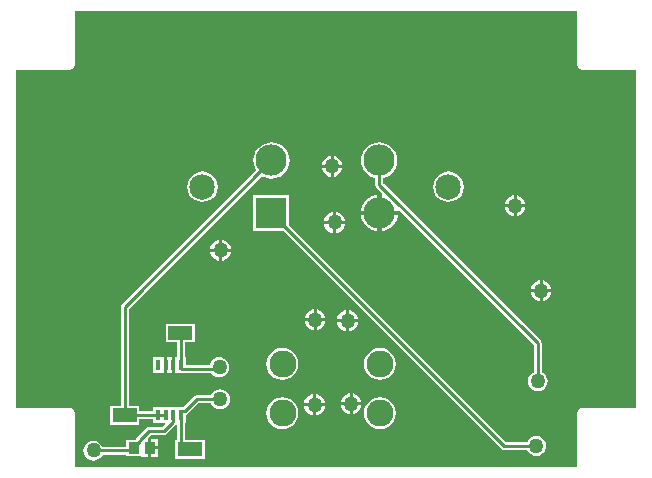
<source format=gtl>
%FSLAX23Y23*%
%MOIN*%
%SFA1B1*%

%IPPOS*%
%ADD14C,0.010000*%
%ADD16R,0.080710X0.045280*%
%ADD17R,0.035430X0.039370*%
%ADD18R,0.016540X0.035000*%
%ADD27C,0.090000*%
%ADD28C,0.103940*%
%ADD29C,0.085040*%
%ADD30R,0.103940X0.103940*%
%ADD31C,0.050000*%
%LNegt_can-1*%
%LPD*%
G36*
X1887Y1353D02*
X1889Y1347D01*
X1892Y1342*
X1897Y1339*
X1903Y1337*
X2084*
Y212*
X1903*
X1897Y210*
X1892Y207*
X1889Y202*
X1887Y196*
Y15*
X212*
Y196*
X210Y202*
X207Y207*
X202Y210*
X196Y212*
X15*
Y1337*
X196*
X202Y1339*
X207Y1342*
X210Y1347*
X212Y1353*
Y1534*
X1887*
Y1353*
G37*
%LNegt_can-2*%
%LPC*%
G36*
X1075Y1051D02*
Y1022D01*
X1104*
X1104Y1026*
X1100Y1034*
X1094Y1041*
X1087Y1047*
X1079Y1051*
X1075Y1051*
G37*
G36*
X1065D02*
X1060Y1051D01*
X1052Y1047*
X1045Y1041*
X1039Y1034*
X1035Y1026*
X1035Y1022*
X1065*
Y1051*
G37*
G36*
X1104Y1012D02*
X1075D01*
Y982*
X1079Y982*
X1087Y986*
X1094Y992*
X1100Y999*
X1104Y1007*
X1104Y1012*
G37*
G36*
X1065D02*
X1035D01*
X1035Y1007*
X1039Y999*
X1045Y992*
X1052Y986*
X1060Y982*
X1065Y982*
Y1012*
G37*
G36*
X868Y1096D02*
X857Y1095D01*
X845Y1091*
X835Y1086*
X826Y1078*
X818Y1069*
X813Y1059*
X809Y1047*
X808Y1036*
X809Y1024*
X813Y1012*
X818Y1003*
X371Y557*
X368Y553*
X367Y548*
Y216*
X330*
Y155*
X427*
Y174*
X474*
Y162*
X512*
X514Y157*
X504Y147*
X460*
X455Y146*
X451Y144*
X420Y113*
X417Y108*
X417Y106*
X416Y105*
X383*
Y82*
X305*
X303Y85*
X298Y92*
X291Y97*
X283Y101*
X275Y102*
X266Y101*
X258Y97*
X251Y92*
X246Y85*
X242Y77*
X241Y69*
X242Y60*
X246Y52*
X251Y45*
X258Y40*
X266Y36*
X275Y35*
X283Y36*
X291Y40*
X298Y45*
X303Y52*
X305Y55*
X383*
Y50*
X434*
Y48*
X457*
Y78*
Y110*
X457Y112*
X466Y121*
X509*
X514Y122*
X519Y125*
X548Y155*
X549Y155*
X554Y153*
Y103*
X548*
Y42*
X645*
Y103*
X580*
Y162*
X583*
Y188*
X584Y188*
X589Y191*
X624Y226*
X666*
X668Y223*
X673Y216*
X680Y211*
X688Y207*
X697Y206*
X705Y207*
X713Y211*
X720Y216*
X725Y223*
X729Y231*
X730Y240*
X729Y248*
X725Y256*
X720Y263*
X713Y268*
X705Y272*
X697Y273*
X688Y272*
X680Y268*
X673Y263*
X668Y256*
X666Y253*
X619*
X614Y252*
X609Y249*
X574Y213*
X570*
X569Y213*
X474*
Y201*
X427*
Y216*
X394*
Y542*
X836Y985*
X845Y980*
X857Y976*
X868Y975*
X880Y976*
X892Y980*
X902Y985*
X911Y993*
X919Y1002*
X924Y1012*
X928Y1024*
X929Y1036*
X928Y1047*
X924Y1059*
X919Y1069*
X911Y1078*
X902Y1086*
X892Y1091*
X880Y1095*
X868Y1096*
G37*
G36*
X1458Y999D02*
X1445Y997D01*
X1433Y992*
X1422Y984*
X1414Y973*
X1409Y961*
X1407Y948*
X1409Y935*
X1414Y922*
X1422Y912*
X1433Y904*
X1445Y899*
X1458Y897*
X1471Y899*
X1484Y904*
X1494Y912*
X1502Y922*
X1507Y935*
X1509Y948*
X1507Y961*
X1502Y973*
X1494Y984*
X1484Y992*
X1471Y997*
X1458Y999*
G37*
G36*
X638D02*
X625Y997D01*
X613Y992*
X602Y984*
X594Y973*
X589Y961*
X587Y948*
X589Y935*
X594Y922*
X602Y912*
X613Y904*
X625Y899*
X638Y897*
X651Y899*
X663Y904*
X674Y912*
X682Y922*
X687Y935*
X689Y948*
X687Y961*
X682Y973*
X674Y984*
X663Y992*
X651Y997*
X638Y999*
G37*
G36*
X1685Y919D02*
Y890D01*
X1714*
X1714Y894*
X1710Y902*
X1704Y909*
X1697Y915*
X1689Y919*
X1685Y919*
G37*
G36*
X1675D02*
X1670Y919D01*
X1662Y915*
X1655Y909*
X1649Y902*
X1645Y894*
X1645Y890*
X1675*
Y919*
G37*
G36*
X1220Y922D02*
X1215Y921D01*
X1204Y918*
X1193Y912*
X1183Y904*
X1176Y895*
X1170Y884*
X1166Y872*
X1166Y868*
X1220*
Y922*
G37*
G36*
X1714Y880D02*
X1685D01*
Y850*
X1689Y850*
X1697Y854*
X1704Y860*
X1710Y867*
X1714Y875*
X1714Y880*
G37*
G36*
X1675D02*
X1645D01*
X1645Y875*
X1649Y867*
X1655Y860*
X1662Y854*
X1670Y850*
X1675Y850*
Y880*
G37*
G36*
X1084Y863D02*
Y834D01*
X1113*
X1113Y838*
X1109Y846*
X1103Y853*
X1096Y859*
X1088Y863*
X1084Y863*
G37*
G36*
X1074D02*
X1069Y863D01*
X1061Y859*
X1054Y853*
X1048Y846*
X1044Y838*
X1044Y834*
X1074*
Y863*
G37*
G36*
X1289Y853D02*
X1235D01*
Y799*
X1240Y799*
X1251Y803*
X1262Y809*
X1272Y816*
X1279Y826*
X1285Y836*
X1289Y848*
X1289Y853*
G37*
G36*
X1220D02*
X1166D01*
X1166Y848*
X1170Y836*
X1176Y826*
X1183Y816*
X1193Y809*
X1204Y803*
X1215Y799*
X1220Y799*
Y853*
G37*
G36*
X1113Y824D02*
X1084D01*
Y794*
X1088Y794*
X1096Y798*
X1103Y804*
X1109Y811*
X1113Y819*
X1113Y824*
G37*
G36*
X1074D02*
X1044D01*
X1044Y819*
X1048Y811*
X1054Y804*
X1061Y798*
X1069Y794*
X1074Y794*
Y824*
G37*
G36*
X704Y771D02*
Y742D01*
X733*
X733Y746*
X729Y754*
X723Y761*
X716Y767*
X708Y771*
X704Y771*
G37*
G36*
X694D02*
X689Y771D01*
X681Y767*
X674Y761*
X668Y754*
X664Y746*
X664Y742*
X694*
Y771*
G37*
G36*
X733Y732D02*
X704D01*
Y702*
X708Y702*
X716Y706*
X723Y712*
X729Y719*
X733Y727*
X733Y732*
G37*
G36*
X694D02*
X664D01*
X664Y727*
X668Y719*
X674Y712*
X681Y706*
X689Y702*
X694Y702*
Y732*
G37*
G36*
X1772Y636D02*
Y607D01*
X1801*
X1801Y611*
X1797Y619*
X1791Y626*
X1784Y632*
X1776Y636*
X1772Y636*
G37*
G36*
X1762D02*
X1757Y636D01*
X1749Y632*
X1742Y626*
X1736Y619*
X1732Y611*
X1732Y607*
X1762*
Y636*
G37*
G36*
X1801Y597D02*
X1772D01*
Y567*
X1776Y567*
X1784Y571*
X1791Y577*
X1797Y584*
X1801Y592*
X1801Y597*
G37*
G36*
X1762D02*
X1732D01*
X1732Y592*
X1736Y584*
X1742Y577*
X1749Y571*
X1757Y567*
X1762Y567*
Y597*
G37*
G36*
X1019Y539D02*
Y510D01*
X1048*
X1048Y514*
X1044Y522*
X1038Y529*
X1031Y535*
X1023Y539*
X1019Y539*
G37*
G36*
X1009D02*
X1004Y539D01*
X996Y535*
X989Y529*
X983Y522*
X979Y514*
X979Y510*
X1009*
Y539*
G37*
G36*
X1127Y536D02*
Y507D01*
X1156*
X1156Y511*
X1152Y519*
X1146Y526*
X1139Y532*
X1131Y536*
X1127Y536*
G37*
G36*
X1117D02*
X1112Y536D01*
X1104Y532*
X1097Y526*
X1091Y519*
X1087Y511*
X1087Y507*
X1117*
Y536*
G37*
G36*
X1048Y500D02*
X1019D01*
Y470*
X1023Y470*
X1031Y474*
X1038Y480*
X1044Y487*
X1048Y495*
X1048Y500*
G37*
G36*
X1009D02*
X979D01*
X979Y495*
X983Y487*
X989Y480*
X996Y474*
X1004Y470*
X1009Y470*
Y500*
G37*
G36*
X1156Y497D02*
X1127D01*
Y467*
X1131Y467*
X1139Y471*
X1146Y477*
X1152Y484*
X1156Y492*
X1156Y497*
G37*
G36*
X1117D02*
X1087D01*
X1087Y492*
X1091Y484*
X1097Y477*
X1104Y471*
X1112Y467*
X1117Y467*
Y497*
G37*
G36*
X536Y381D02*
X521D01*
Y353*
Y326*
X536*
Y353*
Y381*
G37*
G36*
X511D02*
X497D01*
Y379*
X474*
Y328*
X497*
Y326*
X511*
Y353*
Y381*
G37*
G36*
X612Y491D02*
X515D01*
Y430*
X554*
Y381*
X546*
Y353*
Y326*
X560*
Y328*
X569*
X570Y328*
X667*
X671Y323*
X678Y318*
X686Y314*
X695Y313*
X703Y314*
X711Y318*
X718Y323*
X723Y330*
X727Y338*
X728Y347*
X727Y355*
X723Y363*
X718Y370*
X711Y375*
X703Y379*
X695Y380*
X686Y379*
X678Y375*
X671Y370*
X666Y363*
X662Y355*
X662Y354*
X583*
Y379*
X580*
Y430*
X612*
Y491*
G37*
G36*
X1230Y411D02*
X1216Y409D01*
X1203Y404*
X1192Y395*
X1183Y384*
X1178Y371*
X1176Y358*
X1178Y344*
X1183Y331*
X1192Y320*
X1203Y311*
X1216Y306*
X1230Y304*
X1243Y306*
X1256Y311*
X1267Y320*
X1276Y331*
X1281Y344*
X1283Y358*
X1281Y371*
X1276Y384*
X1267Y395*
X1256Y404*
X1243Y409*
X1230Y411*
G37*
G36*
X905D02*
X891Y409D01*
X878Y404*
X867Y395*
X858Y384*
X853Y371*
X851Y358*
X853Y344*
X858Y331*
X867Y320*
X878Y311*
X891Y306*
X905Y304*
X918Y306*
X931Y311*
X942Y320*
X951Y331*
X956Y344*
X958Y358*
X956Y371*
X951Y384*
X942Y395*
X931Y404*
X918Y409*
X905Y411*
G37*
G36*
X1228Y1096D02*
X1216Y1095D01*
X1204Y1091*
X1194Y1086*
X1185Y1078*
X1177Y1069*
X1172Y1059*
X1168Y1047*
X1167Y1036*
X1168Y1024*
X1172Y1012*
X1177Y1002*
X1185Y993*
X1194Y985*
X1204Y980*
X1214Y977*
Y955*
X1215Y950*
X1218Y946*
X1237Y927*
X1235Y922*
Y868*
X1289*
X1294Y870*
X1742Y422*
Y330*
X1739Y328*
X1732Y323*
X1727Y316*
X1723Y308*
X1722Y300*
X1723Y291*
X1727Y283*
X1732Y276*
X1739Y271*
X1747Y267*
X1756Y266*
X1764Y267*
X1772Y271*
X1779Y276*
X1784Y283*
X1788Y291*
X1789Y300*
X1788Y308*
X1784Y316*
X1779Y323*
X1772Y328*
X1769Y330*
Y427*
X1768Y432*
X1765Y436*
X1241Y961*
Y977*
X1251Y980*
X1261Y985*
X1270Y993*
X1278Y1002*
X1283Y1012*
X1287Y1024*
X1288Y1036*
X1287Y1047*
X1283Y1059*
X1278Y1069*
X1270Y1078*
X1261Y1086*
X1251Y1091*
X1239Y1095*
X1228Y1096*
G37*
G36*
X1139Y259D02*
Y230D01*
X1168*
X1168Y234*
X1164Y242*
X1158Y249*
X1151Y255*
X1143Y259*
X1139Y259*
G37*
G36*
X1129D02*
X1124Y259D01*
X1116Y255*
X1109Y249*
X1103Y242*
X1099Y234*
X1099Y230*
X1129*
Y259*
G37*
G36*
X1017Y256D02*
Y227D01*
X1046*
X1046Y231*
X1042Y239*
X1036Y246*
X1029Y252*
X1021Y256*
X1017Y256*
G37*
G36*
X1007D02*
X1002Y256D01*
X994Y252*
X987Y246*
X981Y239*
X977Y231*
X977Y227*
X1007*
Y256*
G37*
G36*
X1168Y220D02*
X1139D01*
Y190*
X1143Y190*
X1151Y194*
X1158Y200*
X1164Y207*
X1168Y215*
X1168Y220*
G37*
G36*
X1129D02*
X1099D01*
X1099Y215*
X1103Y207*
X1109Y200*
X1116Y194*
X1124Y190*
X1129Y190*
Y220*
G37*
G36*
X1046Y217D02*
X1017D01*
Y187*
X1021Y187*
X1029Y191*
X1036Y197*
X1042Y204*
X1046Y212*
X1046Y217*
G37*
G36*
X1007D02*
X977D01*
X977Y212*
X981Y204*
X987Y197*
X994Y191*
X1002Y187*
X1007Y187*
Y217*
G37*
G36*
X1230Y246D02*
X1216Y244D01*
X1203Y239*
X1192Y230*
X1183Y219*
X1178Y206*
X1176Y193*
X1178Y179*
X1183Y166*
X1192Y155*
X1203Y146*
X1216Y141*
X1230Y139*
X1243Y141*
X1256Y146*
X1267Y155*
X1276Y166*
X1281Y179*
X1283Y193*
X1281Y206*
X1276Y219*
X1267Y230*
X1256Y239*
X1243Y244*
X1230Y246*
G37*
G36*
X905D02*
X891Y244D01*
X878Y239*
X867Y230*
X858Y219*
X853Y206*
X851Y193*
X853Y179*
X858Y166*
X867Y155*
X878Y146*
X891Y141*
X905Y139*
X918Y141*
X931Y146*
X942Y155*
X951Y166*
X956Y179*
X958Y193*
X956Y206*
X951Y219*
X942Y230*
X931Y239*
X918Y244*
X905Y246*
G37*
G36*
X490Y107D02*
X467D01*
Y83*
X490*
Y107*
G37*
G36*
X928Y920D02*
X808D01*
Y800*
X910*
X1635Y75*
X1639Y72*
X1644Y71*
X1720*
X1722Y68*
X1727Y61*
X1734Y56*
X1742Y52*
X1751Y51*
X1759Y52*
X1767Y56*
X1774Y61*
X1779Y68*
X1783Y76*
X1784Y85*
X1783Y93*
X1779Y101*
X1774Y108*
X1767Y113*
X1759Y117*
X1751Y118*
X1742Y117*
X1734Y113*
X1727Y108*
X1722Y101*
X1720Y98*
X1650*
X928Y819*
Y920*
G37*
G36*
X490Y73D02*
X467D01*
Y48*
X490*
Y73*
G37*
%LNegt_can-3*%
%LPD*%
G54D14*
X570Y341D02*
X689D01*
X695Y347*
X567Y344D02*
X570Y341D01*
X275Y69D02*
X419D01*
X429Y103D02*
X460Y134D01*
X429Y100D02*
Y103D01*
X409Y79D02*
X429Y100D01*
X409Y78D02*
Y79D01*
X460Y134D02*
X509D01*
X539Y164*
Y185*
X541Y188*
X868Y860D02*
X1644Y85D01*
X1751*
X381Y548D02*
X868Y1036D01*
X381Y188D02*
Y548D01*
X381Y188D02*
X490D01*
X381Y188D02*
X381Y188D01*
X379Y186D02*
X381Y188D01*
X1756Y300D02*
Y427D01*
X1228Y955D02*
X1756Y427D01*
X1228Y955D02*
Y1036D01*
X560Y465D02*
X567Y457D01*
Y353D02*
Y457D01*
Y344D02*
Y353D01*
X490Y188D02*
X516D01*
X585Y77D02*
X594D01*
X567Y94D02*
X585Y77D01*
X567Y94D02*
Y188D01*
X579Y200D02*
X619Y240D01*
X570Y200D02*
X579D01*
X567Y197D02*
X570Y200D01*
X567Y188D02*
Y197D01*
X619Y240D02*
X697D01*
G54D16*
X597Y73D03*
X379Y186D03*
X563Y461D03*
G54D17*
X409Y78D03*
X462D03*
G54D18*
X490Y188D03*
X516D03*
X541D03*
X567D03*
X490Y353D03*
X516D03*
X541D03*
X567D03*
G54D27*
X905Y358D03*
Y193D03*
X1230Y358D03*
Y193D03*
G54D28*
X868Y1036D03*
X1228D03*
Y860D03*
G54D29*
X638Y948D03*
X1458D03*
G54D30*
X868Y860D03*
G54D31*
X699Y737D03*
X1680Y885D03*
X1070Y1017D03*
X1079Y829D03*
X1122Y502D03*
X1012Y222D03*
X1134Y225D03*
X1014Y505D03*
X1767Y602D03*
X695Y347D03*
X275Y69D03*
X697Y240D03*
X1756Y300D03*
X1751Y85D03*
M02*
</source>
